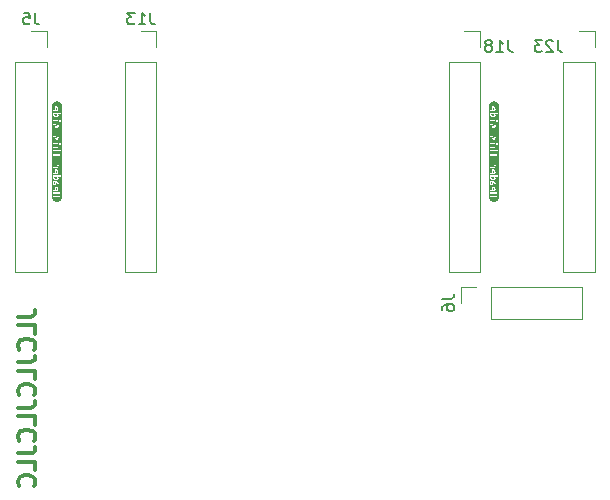
<source format=gbo>
G04 #@! TF.GenerationSoftware,KiCad,Pcbnew,8.0.6-8.0.6-0~ubuntu22.04.1*
G04 #@! TF.CreationDate,2025-01-13T21:54:40+00:00*
G04 #@! TF.ProjectId,Basic_VCA,42617369-635f-4564-9341-2e6b69636164,rev?*
G04 #@! TF.SameCoordinates,Original*
G04 #@! TF.FileFunction,Legend,Bot*
G04 #@! TF.FilePolarity,Positive*
%FSLAX46Y46*%
G04 Gerber Fmt 4.6, Leading zero omitted, Abs format (unit mm)*
G04 Created by KiCad (PCBNEW 8.0.6-8.0.6-0~ubuntu22.04.1) date 2025-01-13 21:54:40*
%MOMM*%
%LPD*%
G01*
G04 APERTURE LIST*
%ADD10C,0.300000*%
%ADD11C,0.150000*%
%ADD12C,0.120000*%
%ADD13C,0.000000*%
%ADD14C,1.600000*%
%ADD15O,1.600000X1.600000*%
%ADD16C,3.200000*%
%ADD17R,1.930000X1.830000*%
%ADD18C,2.130000*%
%ADD19C,4.000000*%
%ADD20C,1.800000*%
%ADD21O,5.000000X3.200000*%
%ADD22R,1.700000X1.700000*%
%ADD23O,1.700000X1.700000*%
G04 APERTURE END LIST*
D10*
X109678328Y-99571428D02*
X110749757Y-99571428D01*
X110749757Y-99571428D02*
X110964042Y-99499999D01*
X110964042Y-99499999D02*
X111106900Y-99357142D01*
X111106900Y-99357142D02*
X111178328Y-99142856D01*
X111178328Y-99142856D02*
X111178328Y-98999999D01*
X111178328Y-100999999D02*
X111178328Y-100285713D01*
X111178328Y-100285713D02*
X109678328Y-100285713D01*
X111035471Y-102357142D02*
X111106900Y-102285714D01*
X111106900Y-102285714D02*
X111178328Y-102071428D01*
X111178328Y-102071428D02*
X111178328Y-101928571D01*
X111178328Y-101928571D02*
X111106900Y-101714285D01*
X111106900Y-101714285D02*
X110964042Y-101571428D01*
X110964042Y-101571428D02*
X110821185Y-101499999D01*
X110821185Y-101499999D02*
X110535471Y-101428571D01*
X110535471Y-101428571D02*
X110321185Y-101428571D01*
X110321185Y-101428571D02*
X110035471Y-101499999D01*
X110035471Y-101499999D02*
X109892614Y-101571428D01*
X109892614Y-101571428D02*
X109749757Y-101714285D01*
X109749757Y-101714285D02*
X109678328Y-101928571D01*
X109678328Y-101928571D02*
X109678328Y-102071428D01*
X109678328Y-102071428D02*
X109749757Y-102285714D01*
X109749757Y-102285714D02*
X109821185Y-102357142D01*
X109678328Y-103428571D02*
X110749757Y-103428571D01*
X110749757Y-103428571D02*
X110964042Y-103357142D01*
X110964042Y-103357142D02*
X111106900Y-103214285D01*
X111106900Y-103214285D02*
X111178328Y-102999999D01*
X111178328Y-102999999D02*
X111178328Y-102857142D01*
X111178328Y-104857142D02*
X111178328Y-104142856D01*
X111178328Y-104142856D02*
X109678328Y-104142856D01*
X111035471Y-106214285D02*
X111106900Y-106142857D01*
X111106900Y-106142857D02*
X111178328Y-105928571D01*
X111178328Y-105928571D02*
X111178328Y-105785714D01*
X111178328Y-105785714D02*
X111106900Y-105571428D01*
X111106900Y-105571428D02*
X110964042Y-105428571D01*
X110964042Y-105428571D02*
X110821185Y-105357142D01*
X110821185Y-105357142D02*
X110535471Y-105285714D01*
X110535471Y-105285714D02*
X110321185Y-105285714D01*
X110321185Y-105285714D02*
X110035471Y-105357142D01*
X110035471Y-105357142D02*
X109892614Y-105428571D01*
X109892614Y-105428571D02*
X109749757Y-105571428D01*
X109749757Y-105571428D02*
X109678328Y-105785714D01*
X109678328Y-105785714D02*
X109678328Y-105928571D01*
X109678328Y-105928571D02*
X109749757Y-106142857D01*
X109749757Y-106142857D02*
X109821185Y-106214285D01*
X109678328Y-107285714D02*
X110749757Y-107285714D01*
X110749757Y-107285714D02*
X110964042Y-107214285D01*
X110964042Y-107214285D02*
X111106900Y-107071428D01*
X111106900Y-107071428D02*
X111178328Y-106857142D01*
X111178328Y-106857142D02*
X111178328Y-106714285D01*
X111178328Y-108714285D02*
X111178328Y-107999999D01*
X111178328Y-107999999D02*
X109678328Y-107999999D01*
X111035471Y-110071428D02*
X111106900Y-110000000D01*
X111106900Y-110000000D02*
X111178328Y-109785714D01*
X111178328Y-109785714D02*
X111178328Y-109642857D01*
X111178328Y-109642857D02*
X111106900Y-109428571D01*
X111106900Y-109428571D02*
X110964042Y-109285714D01*
X110964042Y-109285714D02*
X110821185Y-109214285D01*
X110821185Y-109214285D02*
X110535471Y-109142857D01*
X110535471Y-109142857D02*
X110321185Y-109142857D01*
X110321185Y-109142857D02*
X110035471Y-109214285D01*
X110035471Y-109214285D02*
X109892614Y-109285714D01*
X109892614Y-109285714D02*
X109749757Y-109428571D01*
X109749757Y-109428571D02*
X109678328Y-109642857D01*
X109678328Y-109642857D02*
X109678328Y-109785714D01*
X109678328Y-109785714D02*
X109749757Y-110000000D01*
X109749757Y-110000000D02*
X109821185Y-110071428D01*
X109678328Y-111142857D02*
X110749757Y-111142857D01*
X110749757Y-111142857D02*
X110964042Y-111071428D01*
X110964042Y-111071428D02*
X111106900Y-110928571D01*
X111106900Y-110928571D02*
X111178328Y-110714285D01*
X111178328Y-110714285D02*
X111178328Y-110571428D01*
X111178328Y-112571428D02*
X111178328Y-111857142D01*
X111178328Y-111857142D02*
X109678328Y-111857142D01*
X111035471Y-113928571D02*
X111106900Y-113857143D01*
X111106900Y-113857143D02*
X111178328Y-113642857D01*
X111178328Y-113642857D02*
X111178328Y-113500000D01*
X111178328Y-113500000D02*
X111106900Y-113285714D01*
X111106900Y-113285714D02*
X110964042Y-113142857D01*
X110964042Y-113142857D02*
X110821185Y-113071428D01*
X110821185Y-113071428D02*
X110535471Y-113000000D01*
X110535471Y-113000000D02*
X110321185Y-113000000D01*
X110321185Y-113000000D02*
X110035471Y-113071428D01*
X110035471Y-113071428D02*
X109892614Y-113142857D01*
X109892614Y-113142857D02*
X109749757Y-113285714D01*
X109749757Y-113285714D02*
X109678328Y-113500000D01*
X109678328Y-113500000D02*
X109678328Y-113642857D01*
X109678328Y-113642857D02*
X109749757Y-113857143D01*
X109749757Y-113857143D02*
X109821185Y-113928571D01*
D11*
X151209523Y-76154819D02*
X151209523Y-76869104D01*
X151209523Y-76869104D02*
X151257142Y-77011961D01*
X151257142Y-77011961D02*
X151352380Y-77107200D01*
X151352380Y-77107200D02*
X151495237Y-77154819D01*
X151495237Y-77154819D02*
X151590475Y-77154819D01*
X150209523Y-77154819D02*
X150780951Y-77154819D01*
X150495237Y-77154819D02*
X150495237Y-76154819D01*
X150495237Y-76154819D02*
X150590475Y-76297676D01*
X150590475Y-76297676D02*
X150685713Y-76392914D01*
X150685713Y-76392914D02*
X150780951Y-76440533D01*
X149638094Y-76583390D02*
X149733332Y-76535771D01*
X149733332Y-76535771D02*
X149780951Y-76488152D01*
X149780951Y-76488152D02*
X149828570Y-76392914D01*
X149828570Y-76392914D02*
X149828570Y-76345295D01*
X149828570Y-76345295D02*
X149780951Y-76250057D01*
X149780951Y-76250057D02*
X149733332Y-76202438D01*
X149733332Y-76202438D02*
X149638094Y-76154819D01*
X149638094Y-76154819D02*
X149447618Y-76154819D01*
X149447618Y-76154819D02*
X149352380Y-76202438D01*
X149352380Y-76202438D02*
X149304761Y-76250057D01*
X149304761Y-76250057D02*
X149257142Y-76345295D01*
X149257142Y-76345295D02*
X149257142Y-76392914D01*
X149257142Y-76392914D02*
X149304761Y-76488152D01*
X149304761Y-76488152D02*
X149352380Y-76535771D01*
X149352380Y-76535771D02*
X149447618Y-76583390D01*
X149447618Y-76583390D02*
X149638094Y-76583390D01*
X149638094Y-76583390D02*
X149733332Y-76631009D01*
X149733332Y-76631009D02*
X149780951Y-76678628D01*
X149780951Y-76678628D02*
X149828570Y-76773866D01*
X149828570Y-76773866D02*
X149828570Y-76964342D01*
X149828570Y-76964342D02*
X149780951Y-77059580D01*
X149780951Y-77059580D02*
X149733332Y-77107200D01*
X149733332Y-77107200D02*
X149638094Y-77154819D01*
X149638094Y-77154819D02*
X149447618Y-77154819D01*
X149447618Y-77154819D02*
X149352380Y-77107200D01*
X149352380Y-77107200D02*
X149304761Y-77059580D01*
X149304761Y-77059580D02*
X149257142Y-76964342D01*
X149257142Y-76964342D02*
X149257142Y-76773866D01*
X149257142Y-76773866D02*
X149304761Y-76678628D01*
X149304761Y-76678628D02*
X149352380Y-76631009D01*
X149352380Y-76631009D02*
X149447618Y-76583390D01*
X111133333Y-73824819D02*
X111133333Y-74539104D01*
X111133333Y-74539104D02*
X111180952Y-74681961D01*
X111180952Y-74681961D02*
X111276190Y-74777200D01*
X111276190Y-74777200D02*
X111419047Y-74824819D01*
X111419047Y-74824819D02*
X111514285Y-74824819D01*
X110180952Y-73824819D02*
X110657142Y-73824819D01*
X110657142Y-73824819D02*
X110704761Y-74301009D01*
X110704761Y-74301009D02*
X110657142Y-74253390D01*
X110657142Y-74253390D02*
X110561904Y-74205771D01*
X110561904Y-74205771D02*
X110323809Y-74205771D01*
X110323809Y-74205771D02*
X110228571Y-74253390D01*
X110228571Y-74253390D02*
X110180952Y-74301009D01*
X110180952Y-74301009D02*
X110133333Y-74396247D01*
X110133333Y-74396247D02*
X110133333Y-74634342D01*
X110133333Y-74634342D02*
X110180952Y-74729580D01*
X110180952Y-74729580D02*
X110228571Y-74777200D01*
X110228571Y-74777200D02*
X110323809Y-74824819D01*
X110323809Y-74824819D02*
X110561904Y-74824819D01*
X110561904Y-74824819D02*
X110657142Y-74777200D01*
X110657142Y-74777200D02*
X110704761Y-74729580D01*
X145624819Y-98066666D02*
X146339104Y-98066666D01*
X146339104Y-98066666D02*
X146481961Y-98019047D01*
X146481961Y-98019047D02*
X146577200Y-97923809D01*
X146577200Y-97923809D02*
X146624819Y-97780952D01*
X146624819Y-97780952D02*
X146624819Y-97685714D01*
X145624819Y-98971428D02*
X145624819Y-98780952D01*
X145624819Y-98780952D02*
X145672438Y-98685714D01*
X145672438Y-98685714D02*
X145720057Y-98638095D01*
X145720057Y-98638095D02*
X145862914Y-98542857D01*
X145862914Y-98542857D02*
X146053390Y-98495238D01*
X146053390Y-98495238D02*
X146434342Y-98495238D01*
X146434342Y-98495238D02*
X146529580Y-98542857D01*
X146529580Y-98542857D02*
X146577200Y-98590476D01*
X146577200Y-98590476D02*
X146624819Y-98685714D01*
X146624819Y-98685714D02*
X146624819Y-98876190D01*
X146624819Y-98876190D02*
X146577200Y-98971428D01*
X146577200Y-98971428D02*
X146529580Y-99019047D01*
X146529580Y-99019047D02*
X146434342Y-99066666D01*
X146434342Y-99066666D02*
X146196247Y-99066666D01*
X146196247Y-99066666D02*
X146101009Y-99019047D01*
X146101009Y-99019047D02*
X146053390Y-98971428D01*
X146053390Y-98971428D02*
X146005771Y-98876190D01*
X146005771Y-98876190D02*
X146005771Y-98685714D01*
X146005771Y-98685714D02*
X146053390Y-98590476D01*
X146053390Y-98590476D02*
X146101009Y-98542857D01*
X146101009Y-98542857D02*
X146196247Y-98495238D01*
X155409523Y-76154819D02*
X155409523Y-76869104D01*
X155409523Y-76869104D02*
X155457142Y-77011961D01*
X155457142Y-77011961D02*
X155552380Y-77107200D01*
X155552380Y-77107200D02*
X155695237Y-77154819D01*
X155695237Y-77154819D02*
X155790475Y-77154819D01*
X154980951Y-76250057D02*
X154933332Y-76202438D01*
X154933332Y-76202438D02*
X154838094Y-76154819D01*
X154838094Y-76154819D02*
X154599999Y-76154819D01*
X154599999Y-76154819D02*
X154504761Y-76202438D01*
X154504761Y-76202438D02*
X154457142Y-76250057D01*
X154457142Y-76250057D02*
X154409523Y-76345295D01*
X154409523Y-76345295D02*
X154409523Y-76440533D01*
X154409523Y-76440533D02*
X154457142Y-76583390D01*
X154457142Y-76583390D02*
X155028570Y-77154819D01*
X155028570Y-77154819D02*
X154409523Y-77154819D01*
X154076189Y-76154819D02*
X153457142Y-76154819D01*
X153457142Y-76154819D02*
X153790475Y-76535771D01*
X153790475Y-76535771D02*
X153647618Y-76535771D01*
X153647618Y-76535771D02*
X153552380Y-76583390D01*
X153552380Y-76583390D02*
X153504761Y-76631009D01*
X153504761Y-76631009D02*
X153457142Y-76726247D01*
X153457142Y-76726247D02*
X153457142Y-76964342D01*
X153457142Y-76964342D02*
X153504761Y-77059580D01*
X153504761Y-77059580D02*
X153552380Y-77107200D01*
X153552380Y-77107200D02*
X153647618Y-77154819D01*
X153647618Y-77154819D02*
X153933332Y-77154819D01*
X153933332Y-77154819D02*
X154028570Y-77107200D01*
X154028570Y-77107200D02*
X154076189Y-77059580D01*
X120909523Y-73824819D02*
X120909523Y-74539104D01*
X120909523Y-74539104D02*
X120957142Y-74681961D01*
X120957142Y-74681961D02*
X121052380Y-74777200D01*
X121052380Y-74777200D02*
X121195237Y-74824819D01*
X121195237Y-74824819D02*
X121290475Y-74824819D01*
X119909523Y-74824819D02*
X120480951Y-74824819D01*
X120195237Y-74824819D02*
X120195237Y-73824819D01*
X120195237Y-73824819D02*
X120290475Y-73967676D01*
X120290475Y-73967676D02*
X120385713Y-74062914D01*
X120385713Y-74062914D02*
X120480951Y-74110533D01*
X119576189Y-73824819D02*
X118957142Y-73824819D01*
X118957142Y-73824819D02*
X119290475Y-74205771D01*
X119290475Y-74205771D02*
X119147618Y-74205771D01*
X119147618Y-74205771D02*
X119052380Y-74253390D01*
X119052380Y-74253390D02*
X119004761Y-74301009D01*
X119004761Y-74301009D02*
X118957142Y-74396247D01*
X118957142Y-74396247D02*
X118957142Y-74634342D01*
X118957142Y-74634342D02*
X119004761Y-74729580D01*
X119004761Y-74729580D02*
X119052380Y-74777200D01*
X119052380Y-74777200D02*
X119147618Y-74824819D01*
X119147618Y-74824819D02*
X119433332Y-74824819D01*
X119433332Y-74824819D02*
X119528570Y-74777200D01*
X119528570Y-74777200D02*
X119576189Y-74729580D01*
D12*
X146170000Y-77970000D02*
X146170000Y-95810000D01*
X148830000Y-75370000D02*
X147500000Y-75370000D01*
X148830000Y-76700000D02*
X148830000Y-75370000D01*
X148830000Y-77970000D02*
X146170000Y-77970000D01*
X148830000Y-77970000D02*
X148830000Y-95810000D01*
X148830000Y-95810000D02*
X146170000Y-95810000D01*
X109470000Y-77970000D02*
X109470000Y-95810000D01*
X112130000Y-75370000D02*
X110800000Y-75370000D01*
X112130000Y-76700000D02*
X112130000Y-75370000D01*
X112130000Y-77970000D02*
X109470000Y-77970000D01*
X112130000Y-77970000D02*
X112130000Y-95810000D01*
X112130000Y-95810000D02*
X109470000Y-95810000D01*
X147170000Y-97070000D02*
X148500000Y-97070000D01*
X147170000Y-98400000D02*
X147170000Y-97070000D01*
X149770000Y-99730000D02*
X149770000Y-97070000D01*
X157450000Y-97070000D02*
X149770000Y-97070000D01*
X157450000Y-99730000D02*
X149770000Y-99730000D01*
X157450000Y-99730000D02*
X157450000Y-97070000D01*
D13*
G36*
X149975767Y-81881745D02*
G01*
X150006300Y-81897254D01*
X150028110Y-81924394D01*
X150036349Y-81965105D01*
X150028595Y-82005331D01*
X150007270Y-82033441D01*
X149976252Y-82050888D01*
X149940388Y-82059128D01*
X149940388Y-81876898D01*
X149975767Y-81881745D01*
G37*
G36*
X149975767Y-87212924D02*
G01*
X150006300Y-87228433D01*
X150028110Y-87255573D01*
X150036349Y-87296284D01*
X150028595Y-87336510D01*
X150007270Y-87364620D01*
X149976252Y-87382068D01*
X149940388Y-87390307D01*
X149940388Y-87208077D01*
X149975767Y-87212924D01*
G37*
G36*
X149975767Y-88666882D02*
G01*
X150006300Y-88682391D01*
X150028110Y-88709531D01*
X150036349Y-88750242D01*
X150028595Y-88790468D01*
X150007270Y-88818578D01*
X149976252Y-88836026D01*
X149940388Y-88844265D01*
X149940388Y-88662035D01*
X149975767Y-88666882D01*
G37*
G36*
X149865267Y-88227787D02*
G01*
X149866721Y-88257835D01*
X149864297Y-88293699D01*
X149856058Y-88324233D01*
X149839580Y-88345073D01*
X149811470Y-88352827D01*
X149767367Y-88329564D01*
X149754281Y-88269467D01*
X149754766Y-88231664D01*
X149757189Y-88199677D01*
X149861874Y-88199677D01*
X149865267Y-88227787D01*
G37*
G36*
X150026171Y-82430372D02*
G01*
X150031502Y-82467205D01*
X150023021Y-82504039D01*
X149997577Y-82529241D01*
X149956139Y-82543780D01*
X149899677Y-82548627D01*
X149844184Y-82542932D01*
X149799838Y-82525848D01*
X149770759Y-82496163D01*
X149761066Y-82452666D01*
X149762036Y-82425525D01*
X149764943Y-82399354D01*
X150013086Y-82399354D01*
X150026171Y-82430372D01*
G37*
G36*
X150026171Y-87761551D02*
G01*
X150031502Y-87798384D01*
X150023021Y-87835218D01*
X149997577Y-87860420D01*
X149956139Y-87874960D01*
X149899677Y-87879806D01*
X149844184Y-87874111D01*
X149799838Y-87857027D01*
X149770759Y-87827342D01*
X149761066Y-87783845D01*
X149762036Y-87756704D01*
X149764943Y-87730533D01*
X150013086Y-87730533D01*
X150026171Y-87761551D01*
G37*
G36*
X150041408Y-81341049D02*
G01*
X150082417Y-81347132D01*
X150122632Y-81357205D01*
X150161667Y-81371172D01*
X150199144Y-81388898D01*
X150234704Y-81410211D01*
X150268003Y-81434908D01*
X150298721Y-81462749D01*
X150326563Y-81493467D01*
X150351259Y-81526766D01*
X150372573Y-81562326D01*
X150390298Y-81599803D01*
X150404265Y-81638838D01*
X150414338Y-81679053D01*
X150420421Y-81720062D01*
X150422456Y-81761470D01*
X150422456Y-81761551D01*
X150422456Y-89438449D01*
X150422456Y-89438530D01*
X150420421Y-89479938D01*
X150414338Y-89520947D01*
X150404265Y-89561162D01*
X150390298Y-89600197D01*
X150372573Y-89637674D01*
X150351259Y-89673234D01*
X150326563Y-89706533D01*
X150298721Y-89737251D01*
X150268003Y-89765092D01*
X150234704Y-89789789D01*
X150199144Y-89811102D01*
X150161667Y-89828828D01*
X150122632Y-89842795D01*
X150082417Y-89852868D01*
X150041408Y-89858951D01*
X150000000Y-89860985D01*
X149958592Y-89858951D01*
X149917583Y-89852868D01*
X149877368Y-89842795D01*
X149838333Y-89828828D01*
X149800856Y-89811102D01*
X149765296Y-89789789D01*
X149731997Y-89765092D01*
X149701279Y-89737251D01*
X149673437Y-89706533D01*
X149648741Y-89673234D01*
X149627427Y-89637674D01*
X149609702Y-89600197D01*
X149595735Y-89561162D01*
X149585662Y-89520947D01*
X149579579Y-89479938D01*
X149577544Y-89438530D01*
X149577544Y-89438449D01*
X149577544Y-89160258D01*
X149668982Y-89160258D01*
X149933603Y-89160258D01*
X149933603Y-89319225D01*
X149668982Y-89319225D01*
X149668982Y-89438449D01*
X150268982Y-89438449D01*
X150268982Y-89319225D01*
X150032472Y-89319225D01*
X150032472Y-89160258D01*
X150268982Y-89160258D01*
X150268982Y-89041034D01*
X149668982Y-89041034D01*
X149668982Y-89160258D01*
X149577544Y-89160258D01*
X149577544Y-89041034D01*
X149577544Y-88717286D01*
X149658320Y-88717286D01*
X149662076Y-88772415D01*
X149673344Y-88821486D01*
X149692003Y-88864136D01*
X149717932Y-88900000D01*
X149751010Y-88928716D01*
X149791115Y-88949919D01*
X149838368Y-88963005D01*
X149892892Y-88967367D01*
X149949354Y-88962762D01*
X149998546Y-88948950D01*
X150040347Y-88927625D01*
X150074637Y-88900485D01*
X150101414Y-88868255D01*
X150120679Y-88831664D01*
X150132310Y-88792407D01*
X150136187Y-88752181D01*
X150129564Y-88690361D01*
X150109693Y-88639311D01*
X150076575Y-88599031D01*
X150030749Y-88569951D01*
X149972752Y-88552504D01*
X149902585Y-88546688D01*
X149878352Y-88547173D01*
X149857997Y-88548627D01*
X149857997Y-88844265D01*
X149818134Y-88835056D01*
X149787722Y-88807431D01*
X149768457Y-88765267D01*
X149762036Y-88712439D01*
X149769790Y-88644103D01*
X149785299Y-88589338D01*
X149683522Y-88572859D01*
X149665590Y-88638772D01*
X149658320Y-88717286D01*
X149577544Y-88717286D01*
X149577544Y-88278191D01*
X149658320Y-88278191D01*
X149666074Y-88357189D01*
X149691761Y-88417771D01*
X149738288Y-88456543D01*
X149808562Y-88470113D01*
X149875444Y-88454604D01*
X149919063Y-88412924D01*
X149942811Y-88352827D01*
X149950081Y-88282068D01*
X149948142Y-88238207D01*
X149942326Y-88199677D01*
X149956866Y-88199677D01*
X150013570Y-88221002D01*
X150030654Y-88250081D01*
X150036349Y-88294669D01*
X150031502Y-88360097D01*
X150019871Y-88410985D01*
X150115832Y-88427464D01*
X150129887Y-88364459D01*
X150134612Y-88323021D01*
X150136187Y-88280129D01*
X150132916Y-88228635D01*
X150123102Y-88186591D01*
X150086268Y-88126979D01*
X150028110Y-88094992D01*
X149951050Y-88085299D01*
X149679645Y-88085299D01*
X149666074Y-88162843D01*
X149660258Y-88217367D01*
X149658320Y-88278191D01*
X149577544Y-88278191D01*
X149577544Y-87784814D01*
X149658320Y-87784814D01*
X149665320Y-87850135D01*
X149686322Y-87903931D01*
X149721325Y-87946204D01*
X149768498Y-87976629D01*
X149826010Y-87994884D01*
X149893861Y-88000969D01*
X149962951Y-87995853D01*
X150021594Y-87980506D01*
X150069790Y-87954927D01*
X150105600Y-87919332D01*
X150127087Y-87873936D01*
X150134249Y-87818740D01*
X150128918Y-87771244D01*
X150113893Y-87730533D01*
X150321325Y-87730533D01*
X150341680Y-87611309D01*
X149682553Y-87611309D01*
X149672859Y-87647900D01*
X149665105Y-87691761D01*
X149660016Y-87738772D01*
X149658320Y-87784814D01*
X149577544Y-87784814D01*
X149577544Y-87263328D01*
X149658320Y-87263328D01*
X149662076Y-87318457D01*
X149673344Y-87367528D01*
X149692003Y-87410178D01*
X149717932Y-87446042D01*
X149751010Y-87474758D01*
X149791115Y-87495961D01*
X149838368Y-87509047D01*
X149892892Y-87513409D01*
X149949354Y-87508804D01*
X149998546Y-87494992D01*
X150040347Y-87473667D01*
X150074637Y-87446527D01*
X150101414Y-87414297D01*
X150120679Y-87377706D01*
X150132310Y-87338449D01*
X150136187Y-87298223D01*
X150129564Y-87236403D01*
X150109693Y-87185353D01*
X150076575Y-87145073D01*
X150030749Y-87115993D01*
X149972752Y-87098546D01*
X149902585Y-87092730D01*
X149878352Y-87093215D01*
X149857997Y-87094669D01*
X149857997Y-87390307D01*
X149818134Y-87381099D01*
X149787722Y-87353473D01*
X149768457Y-87311309D01*
X149762036Y-87258481D01*
X149769790Y-87190145D01*
X149785299Y-87135380D01*
X149683522Y-87118901D01*
X149665590Y-87184814D01*
X149658320Y-87263328D01*
X149577544Y-87263328D01*
X149577544Y-86972536D01*
X149668982Y-86972536D01*
X150094507Y-86972536D01*
X150110258Y-86924435D01*
X150122617Y-86875121D01*
X150130614Y-86820961D01*
X150133279Y-86758320D01*
X150132310Y-86730695D01*
X150128918Y-86692407D01*
X150123102Y-86651212D01*
X150113893Y-86613893D01*
X150003393Y-86635218D01*
X150009208Y-86662843D01*
X150014540Y-86695315D01*
X150017932Y-86727302D01*
X150018901Y-86753473D01*
X150016478Y-86802908D01*
X150007270Y-86852342D01*
X149668982Y-86852342D01*
X149668982Y-86972536D01*
X149577544Y-86972536D01*
X149577544Y-86852342D01*
X149577544Y-85777383D01*
X149658320Y-85777383D01*
X149665105Y-85851050D01*
X149691276Y-85905331D01*
X149746042Y-85939257D01*
X149786874Y-85947981D01*
X149838611Y-85950888D01*
X150025687Y-85950888D01*
X150025687Y-86054604D01*
X150124556Y-86054604D01*
X150124556Y-85950888D01*
X150238934Y-85950888D01*
X150258320Y-85831664D01*
X150124556Y-85831664D01*
X150124556Y-85640711D01*
X150025687Y-85640711D01*
X150025687Y-85831664D01*
X149841519Y-85831664D01*
X149800808Y-85826817D01*
X149776575Y-85813247D01*
X149764943Y-85791922D01*
X149762036Y-85763813D01*
X149763005Y-85733279D01*
X149766397Y-85706139D01*
X149773667Y-85678998D01*
X149786268Y-85648465D01*
X149683522Y-85631987D01*
X149664136Y-85703231D01*
X149658320Y-85777383D01*
X149577544Y-85777383D01*
X149577544Y-85543780D01*
X149577544Y-85177383D01*
X149668982Y-85177383D01*
X149668982Y-85296607D01*
X149910339Y-85296607D01*
X149965347Y-85300242D01*
X150002423Y-85311147D01*
X150030533Y-85366397D01*
X150026656Y-85398869D01*
X150019871Y-85424556D01*
X149668982Y-85424556D01*
X149668982Y-85543780D01*
X150321325Y-85543780D01*
X150341680Y-85424556D01*
X150120679Y-85424556D01*
X150129887Y-85389661D01*
X150134249Y-85353796D01*
X150130493Y-85307512D01*
X150119225Y-85269467D01*
X150076575Y-85215186D01*
X150010662Y-85186107D01*
X149970315Y-85179564D01*
X149925848Y-85177383D01*
X149668982Y-85177383D01*
X149577544Y-85177383D01*
X149577544Y-84796446D01*
X149658320Y-84796446D01*
X149661712Y-84839216D01*
X149671890Y-84874475D01*
X149711147Y-84924879D01*
X149773667Y-84951535D01*
X149813166Y-84957351D01*
X149857997Y-84959289D01*
X150025687Y-84959289D01*
X150025687Y-85085299D01*
X150124556Y-85085299D01*
X150124556Y-84920517D01*
X150179806Y-84920517D01*
X150200162Y-84973344D01*
X150255412Y-84995153D01*
X150311632Y-84973344D01*
X150331987Y-84920517D01*
X150311632Y-84867205D01*
X150255412Y-84844911D01*
X150200162Y-84867205D01*
X150179806Y-84920517D01*
X150124556Y-84920517D01*
X150124556Y-84840065D01*
X149842488Y-84840065D01*
X149781906Y-84825040D01*
X149762036Y-84775121D01*
X149766397Y-84735380D01*
X149784330Y-84683037D01*
X149688368Y-84667528D01*
X149664620Y-84736834D01*
X149658320Y-84796446D01*
X149577544Y-84796446D01*
X149577544Y-84415509D01*
X149658320Y-84415509D01*
X149661712Y-84470275D01*
X149671890Y-84516317D01*
X149696123Y-84583199D01*
X149795961Y-84564782D01*
X149770759Y-84492569D01*
X149759128Y-84414540D01*
X149765428Y-84347657D01*
X149791115Y-84324394D01*
X149812439Y-84331664D01*
X149827464Y-84352019D01*
X149839580Y-84382068D01*
X149851212Y-84417447D01*
X149869144Y-84470759D01*
X149894830Y-84520194D01*
X149934087Y-84557027D01*
X149993700Y-84571567D01*
X150048465Y-84560420D01*
X150094023Y-84525525D01*
X150125040Y-84464943D01*
X150133401Y-84424475D01*
X150136187Y-84376737D01*
X150134491Y-84333724D01*
X150129402Y-84293861D01*
X150110016Y-84227464D01*
X150009208Y-84245880D01*
X150025202Y-84297254D01*
X150036349Y-84375767D01*
X150025202Y-84437318D01*
X150001454Y-84453312D01*
X149982553Y-84446042D01*
X149967528Y-84426656D01*
X149954443Y-84398546D01*
X149942326Y-84364136D01*
X149922940Y-84309855D01*
X149896284Y-84258966D01*
X149855574Y-84221648D01*
X149794992Y-84207108D01*
X149741680Y-84217771D01*
X149698061Y-84253150D01*
X149668982Y-84317609D01*
X149660985Y-84361955D01*
X149658320Y-84415509D01*
X149577544Y-84415509D01*
X149577544Y-83446204D01*
X149658320Y-83446204D01*
X149661712Y-83500969D01*
X149671890Y-83547011D01*
X149696123Y-83613893D01*
X149795961Y-83595477D01*
X149770759Y-83523263D01*
X149759128Y-83445234D01*
X149765428Y-83378352D01*
X149791115Y-83355089D01*
X149812439Y-83362359D01*
X149827464Y-83382714D01*
X149839580Y-83412762D01*
X149851212Y-83448142D01*
X149869144Y-83501454D01*
X149894830Y-83550888D01*
X149934087Y-83587722D01*
X149993700Y-83602262D01*
X150048465Y-83591115D01*
X150094023Y-83556220D01*
X150125040Y-83495638D01*
X150133401Y-83455170D01*
X150136187Y-83407431D01*
X150134491Y-83364418D01*
X150129402Y-83324556D01*
X150110016Y-83258158D01*
X150009208Y-83276575D01*
X150025202Y-83327948D01*
X150036349Y-83406462D01*
X150025202Y-83468013D01*
X150001454Y-83484006D01*
X149982553Y-83476737D01*
X149967528Y-83457351D01*
X149954443Y-83429241D01*
X149942326Y-83394830D01*
X149922940Y-83340549D01*
X149896284Y-83289661D01*
X149855574Y-83252342D01*
X149794992Y-83237803D01*
X149741680Y-83248465D01*
X149698061Y-83283845D01*
X149668982Y-83348304D01*
X149660985Y-83392649D01*
X149658320Y-83446204D01*
X149577544Y-83446204D01*
X149577544Y-82857835D01*
X149658320Y-82857835D01*
X149661712Y-82900606D01*
X149671890Y-82935864D01*
X149711147Y-82986268D01*
X149773667Y-83012924D01*
X149813166Y-83018740D01*
X149857997Y-83020678D01*
X150025687Y-83020678D01*
X150025687Y-83146688D01*
X150124556Y-83146688D01*
X150124556Y-82981906D01*
X150179806Y-82981906D01*
X150200162Y-83034733D01*
X150255412Y-83056543D01*
X150311632Y-83034733D01*
X150331987Y-82981906D01*
X150311632Y-82928594D01*
X150255412Y-82906300D01*
X150200162Y-82928594D01*
X150179806Y-82981906D01*
X150124556Y-82981906D01*
X150124556Y-82901454D01*
X149842488Y-82901454D01*
X149781906Y-82886430D01*
X149762036Y-82836510D01*
X149766397Y-82796769D01*
X149784330Y-82744426D01*
X149688368Y-82728918D01*
X149664620Y-82798223D01*
X149658320Y-82857835D01*
X149577544Y-82857835D01*
X149577544Y-82453635D01*
X149658320Y-82453635D01*
X149665320Y-82518955D01*
X149686322Y-82572752D01*
X149721325Y-82615024D01*
X149768498Y-82645450D01*
X149826010Y-82663705D01*
X149893861Y-82669790D01*
X149962951Y-82664674D01*
X150021594Y-82649327D01*
X150069790Y-82623748D01*
X150105600Y-82588153D01*
X150127087Y-82542757D01*
X150134249Y-82487561D01*
X150128918Y-82440065D01*
X150113893Y-82399354D01*
X150321325Y-82399354D01*
X150341680Y-82280129D01*
X149682553Y-82280129D01*
X149672859Y-82316720D01*
X149665105Y-82360582D01*
X149660016Y-82407593D01*
X149658320Y-82453635D01*
X149577544Y-82453635D01*
X149577544Y-81932149D01*
X149658320Y-81932149D01*
X149662076Y-81987278D01*
X149673344Y-82036349D01*
X149692003Y-82078998D01*
X149717932Y-82114863D01*
X149751010Y-82143578D01*
X149791115Y-82164782D01*
X149838368Y-82177867D01*
X149892892Y-82182229D01*
X149949354Y-82177625D01*
X149998546Y-82163813D01*
X150040347Y-82142488D01*
X150074637Y-82115347D01*
X150101414Y-82083118D01*
X150120679Y-82046527D01*
X150132310Y-82007270D01*
X150136187Y-81967044D01*
X150129564Y-81905223D01*
X150109693Y-81854173D01*
X150076575Y-81813893D01*
X150030749Y-81784814D01*
X149972752Y-81767367D01*
X149902585Y-81761551D01*
X149878352Y-81762035D01*
X149857997Y-81763489D01*
X149857997Y-82059128D01*
X149818134Y-82049919D01*
X149787722Y-82022294D01*
X149768457Y-81980129D01*
X149762036Y-81927302D01*
X149769790Y-81858966D01*
X149785299Y-81804200D01*
X149683522Y-81787722D01*
X149665590Y-81853635D01*
X149658320Y-81932149D01*
X149577544Y-81932149D01*
X149577544Y-81761551D01*
X149577544Y-81761470D01*
X149579579Y-81720062D01*
X149585662Y-81679053D01*
X149595735Y-81638838D01*
X149609702Y-81599803D01*
X149627427Y-81562326D01*
X149648741Y-81526766D01*
X149673437Y-81493467D01*
X149701279Y-81462749D01*
X149731997Y-81434908D01*
X149765296Y-81410211D01*
X149800856Y-81388898D01*
X149838333Y-81371172D01*
X149877368Y-81357205D01*
X149917583Y-81347132D01*
X149958592Y-81341049D01*
X150000000Y-81339015D01*
X150041408Y-81341049D01*
G37*
G36*
X112975767Y-81881745D02*
G01*
X113006300Y-81897254D01*
X113028110Y-81924394D01*
X113036349Y-81965105D01*
X113028595Y-82005331D01*
X113007270Y-82033441D01*
X112976252Y-82050888D01*
X112940388Y-82059128D01*
X112940388Y-81876898D01*
X112975767Y-81881745D01*
G37*
G36*
X112975767Y-87212924D02*
G01*
X113006300Y-87228433D01*
X113028110Y-87255573D01*
X113036349Y-87296284D01*
X113028595Y-87336510D01*
X113007270Y-87364620D01*
X112976252Y-87382068D01*
X112940388Y-87390307D01*
X112940388Y-87208077D01*
X112975767Y-87212924D01*
G37*
G36*
X112975767Y-88666882D02*
G01*
X113006300Y-88682391D01*
X113028110Y-88709531D01*
X113036349Y-88750242D01*
X113028595Y-88790468D01*
X113007270Y-88818578D01*
X112976252Y-88836026D01*
X112940388Y-88844265D01*
X112940388Y-88662035D01*
X112975767Y-88666882D01*
G37*
G36*
X112865267Y-88227787D02*
G01*
X112866721Y-88257835D01*
X112864297Y-88293699D01*
X112856058Y-88324233D01*
X112839580Y-88345073D01*
X112811470Y-88352827D01*
X112767367Y-88329564D01*
X112754281Y-88269467D01*
X112754766Y-88231664D01*
X112757189Y-88199677D01*
X112861874Y-88199677D01*
X112865267Y-88227787D01*
G37*
G36*
X113026171Y-82430372D02*
G01*
X113031502Y-82467205D01*
X113023021Y-82504039D01*
X112997577Y-82529241D01*
X112956139Y-82543780D01*
X112899677Y-82548627D01*
X112844184Y-82542932D01*
X112799838Y-82525848D01*
X112770759Y-82496163D01*
X112761066Y-82452666D01*
X112762036Y-82425525D01*
X112764943Y-82399354D01*
X113013086Y-82399354D01*
X113026171Y-82430372D01*
G37*
G36*
X113026171Y-87761551D02*
G01*
X113031502Y-87798384D01*
X113023021Y-87835218D01*
X112997577Y-87860420D01*
X112956139Y-87874960D01*
X112899677Y-87879806D01*
X112844184Y-87874111D01*
X112799838Y-87857027D01*
X112770759Y-87827342D01*
X112761066Y-87783845D01*
X112762036Y-87756704D01*
X112764943Y-87730533D01*
X113013086Y-87730533D01*
X113026171Y-87761551D01*
G37*
G36*
X113041408Y-81341049D02*
G01*
X113082417Y-81347132D01*
X113122632Y-81357205D01*
X113161667Y-81371172D01*
X113199144Y-81388898D01*
X113234704Y-81410211D01*
X113268003Y-81434908D01*
X113298721Y-81462749D01*
X113326563Y-81493467D01*
X113351259Y-81526766D01*
X113372573Y-81562326D01*
X113390298Y-81599803D01*
X113404265Y-81638838D01*
X113414338Y-81679053D01*
X113420421Y-81720062D01*
X113422456Y-81761470D01*
X113422456Y-81761551D01*
X113422456Y-89438449D01*
X113422456Y-89438530D01*
X113420421Y-89479938D01*
X113414338Y-89520947D01*
X113404265Y-89561162D01*
X113390298Y-89600197D01*
X113372573Y-89637674D01*
X113351259Y-89673234D01*
X113326563Y-89706533D01*
X113298721Y-89737251D01*
X113268003Y-89765092D01*
X113234704Y-89789789D01*
X113199144Y-89811102D01*
X113161667Y-89828828D01*
X113122632Y-89842795D01*
X113082417Y-89852868D01*
X113041408Y-89858951D01*
X113000000Y-89860985D01*
X112958592Y-89858951D01*
X112917583Y-89852868D01*
X112877368Y-89842795D01*
X112838333Y-89828828D01*
X112800856Y-89811102D01*
X112765296Y-89789789D01*
X112731997Y-89765092D01*
X112701279Y-89737251D01*
X112673437Y-89706533D01*
X112648741Y-89673234D01*
X112627427Y-89637674D01*
X112609702Y-89600197D01*
X112595735Y-89561162D01*
X112585662Y-89520947D01*
X112579579Y-89479938D01*
X112577544Y-89438530D01*
X112577544Y-89438449D01*
X112577544Y-89160258D01*
X112668982Y-89160258D01*
X112933603Y-89160258D01*
X112933603Y-89319225D01*
X112668982Y-89319225D01*
X112668982Y-89438449D01*
X113268982Y-89438449D01*
X113268982Y-89319225D01*
X113032472Y-89319225D01*
X113032472Y-89160258D01*
X113268982Y-89160258D01*
X113268982Y-89041034D01*
X112668982Y-89041034D01*
X112668982Y-89160258D01*
X112577544Y-89160258D01*
X112577544Y-89041034D01*
X112577544Y-88717286D01*
X112658320Y-88717286D01*
X112662076Y-88772415D01*
X112673344Y-88821486D01*
X112692003Y-88864136D01*
X112717932Y-88900000D01*
X112751010Y-88928716D01*
X112791115Y-88949919D01*
X112838368Y-88963005D01*
X112892892Y-88967367D01*
X112949354Y-88962762D01*
X112998546Y-88948950D01*
X113040347Y-88927625D01*
X113074637Y-88900485D01*
X113101414Y-88868255D01*
X113120679Y-88831664D01*
X113132310Y-88792407D01*
X113136187Y-88752181D01*
X113129564Y-88690361D01*
X113109693Y-88639311D01*
X113076575Y-88599031D01*
X113030749Y-88569951D01*
X112972752Y-88552504D01*
X112902585Y-88546688D01*
X112878352Y-88547173D01*
X112857997Y-88548627D01*
X112857997Y-88844265D01*
X112818134Y-88835056D01*
X112787722Y-88807431D01*
X112768457Y-88765267D01*
X112762036Y-88712439D01*
X112769790Y-88644103D01*
X112785299Y-88589338D01*
X112683522Y-88572859D01*
X112665590Y-88638772D01*
X112658320Y-88717286D01*
X112577544Y-88717286D01*
X112577544Y-88278191D01*
X112658320Y-88278191D01*
X112666074Y-88357189D01*
X112691761Y-88417771D01*
X112738288Y-88456543D01*
X112808562Y-88470113D01*
X112875444Y-88454604D01*
X112919063Y-88412924D01*
X112942811Y-88352827D01*
X112950081Y-88282068D01*
X112948142Y-88238207D01*
X112942326Y-88199677D01*
X112956866Y-88199677D01*
X113013570Y-88221002D01*
X113030654Y-88250081D01*
X113036349Y-88294669D01*
X113031502Y-88360097D01*
X113019871Y-88410985D01*
X113115832Y-88427464D01*
X113129887Y-88364459D01*
X113134612Y-88323021D01*
X113136187Y-88280129D01*
X113132916Y-88228635D01*
X113123102Y-88186591D01*
X113086268Y-88126979D01*
X113028110Y-88094992D01*
X112951050Y-88085299D01*
X112679645Y-88085299D01*
X112666074Y-88162843D01*
X112660258Y-88217367D01*
X112658320Y-88278191D01*
X112577544Y-88278191D01*
X112577544Y-87784814D01*
X112658320Y-87784814D01*
X112665320Y-87850135D01*
X112686322Y-87903931D01*
X112721325Y-87946204D01*
X112768498Y-87976629D01*
X112826010Y-87994884D01*
X112893861Y-88000969D01*
X112962951Y-87995853D01*
X113021594Y-87980506D01*
X113069790Y-87954927D01*
X113105600Y-87919332D01*
X113127087Y-87873936D01*
X113134249Y-87818740D01*
X113128918Y-87771244D01*
X113113893Y-87730533D01*
X113321325Y-87730533D01*
X113341680Y-87611309D01*
X112682553Y-87611309D01*
X112672859Y-87647900D01*
X112665105Y-87691761D01*
X112660016Y-87738772D01*
X112658320Y-87784814D01*
X112577544Y-87784814D01*
X112577544Y-87263328D01*
X112658320Y-87263328D01*
X112662076Y-87318457D01*
X112673344Y-87367528D01*
X112692003Y-87410178D01*
X112717932Y-87446042D01*
X112751010Y-87474758D01*
X112791115Y-87495961D01*
X112838368Y-87509047D01*
X112892892Y-87513409D01*
X112949354Y-87508804D01*
X112998546Y-87494992D01*
X113040347Y-87473667D01*
X113074637Y-87446527D01*
X113101414Y-87414297D01*
X113120679Y-87377706D01*
X113132310Y-87338449D01*
X113136187Y-87298223D01*
X113129564Y-87236403D01*
X113109693Y-87185353D01*
X113076575Y-87145073D01*
X113030749Y-87115993D01*
X112972752Y-87098546D01*
X112902585Y-87092730D01*
X112878352Y-87093215D01*
X112857997Y-87094669D01*
X112857997Y-87390307D01*
X112818134Y-87381099D01*
X112787722Y-87353473D01*
X112768457Y-87311309D01*
X112762036Y-87258481D01*
X112769790Y-87190145D01*
X112785299Y-87135380D01*
X112683522Y-87118901D01*
X112665590Y-87184814D01*
X112658320Y-87263328D01*
X112577544Y-87263328D01*
X112577544Y-86972536D01*
X112668982Y-86972536D01*
X113094507Y-86972536D01*
X113110258Y-86924435D01*
X113122617Y-86875121D01*
X113130614Y-86820961D01*
X113133279Y-86758320D01*
X113132310Y-86730695D01*
X113128918Y-86692407D01*
X113123102Y-86651212D01*
X113113893Y-86613893D01*
X113003393Y-86635218D01*
X113009208Y-86662843D01*
X113014540Y-86695315D01*
X113017932Y-86727302D01*
X113018901Y-86753473D01*
X113016478Y-86802908D01*
X113007270Y-86852342D01*
X112668982Y-86852342D01*
X112668982Y-86972536D01*
X112577544Y-86972536D01*
X112577544Y-86852342D01*
X112577544Y-85777383D01*
X112658320Y-85777383D01*
X112665105Y-85851050D01*
X112691276Y-85905331D01*
X112746042Y-85939257D01*
X112786874Y-85947981D01*
X112838611Y-85950888D01*
X113025687Y-85950888D01*
X113025687Y-86054604D01*
X113124556Y-86054604D01*
X113124556Y-85950888D01*
X113238934Y-85950888D01*
X113258320Y-85831664D01*
X113124556Y-85831664D01*
X113124556Y-85640711D01*
X113025687Y-85640711D01*
X113025687Y-85831664D01*
X112841519Y-85831664D01*
X112800808Y-85826817D01*
X112776575Y-85813247D01*
X112764943Y-85791922D01*
X112762036Y-85763813D01*
X112763005Y-85733279D01*
X112766397Y-85706139D01*
X112773667Y-85678998D01*
X112786268Y-85648465D01*
X112683522Y-85631987D01*
X112664136Y-85703231D01*
X112658320Y-85777383D01*
X112577544Y-85777383D01*
X112577544Y-85543780D01*
X112577544Y-85177383D01*
X112668982Y-85177383D01*
X112668982Y-85296607D01*
X112910339Y-85296607D01*
X112965347Y-85300242D01*
X113002423Y-85311147D01*
X113030533Y-85366397D01*
X113026656Y-85398869D01*
X113019871Y-85424556D01*
X112668982Y-85424556D01*
X112668982Y-85543780D01*
X113321325Y-85543780D01*
X113341680Y-85424556D01*
X113120679Y-85424556D01*
X113129887Y-85389661D01*
X113134249Y-85353796D01*
X113130493Y-85307512D01*
X113119225Y-85269467D01*
X113076575Y-85215186D01*
X113010662Y-85186107D01*
X112970315Y-85179564D01*
X112925848Y-85177383D01*
X112668982Y-85177383D01*
X112577544Y-85177383D01*
X112577544Y-84796446D01*
X112658320Y-84796446D01*
X112661712Y-84839216D01*
X112671890Y-84874475D01*
X112711147Y-84924879D01*
X112773667Y-84951535D01*
X112813166Y-84957351D01*
X112857997Y-84959289D01*
X113025687Y-84959289D01*
X113025687Y-85085299D01*
X113124556Y-85085299D01*
X113124556Y-84920517D01*
X113179806Y-84920517D01*
X113200162Y-84973344D01*
X113255412Y-84995153D01*
X113311632Y-84973344D01*
X113331987Y-84920517D01*
X113311632Y-84867205D01*
X113255412Y-84844911D01*
X113200162Y-84867205D01*
X113179806Y-84920517D01*
X113124556Y-84920517D01*
X113124556Y-84840065D01*
X112842488Y-84840065D01*
X112781906Y-84825040D01*
X112762036Y-84775121D01*
X112766397Y-84735380D01*
X112784330Y-84683037D01*
X112688368Y-84667528D01*
X112664620Y-84736834D01*
X112658320Y-84796446D01*
X112577544Y-84796446D01*
X112577544Y-84415509D01*
X112658320Y-84415509D01*
X112661712Y-84470275D01*
X112671890Y-84516317D01*
X112696123Y-84583199D01*
X112795961Y-84564782D01*
X112770759Y-84492569D01*
X112759128Y-84414540D01*
X112765428Y-84347657D01*
X112791115Y-84324394D01*
X112812439Y-84331664D01*
X112827464Y-84352019D01*
X112839580Y-84382068D01*
X112851212Y-84417447D01*
X112869144Y-84470759D01*
X112894830Y-84520194D01*
X112934087Y-84557027D01*
X112993700Y-84571567D01*
X113048465Y-84560420D01*
X113094023Y-84525525D01*
X113125040Y-84464943D01*
X113133401Y-84424475D01*
X113136187Y-84376737D01*
X113134491Y-84333724D01*
X113129402Y-84293861D01*
X113110016Y-84227464D01*
X113009208Y-84245880D01*
X113025202Y-84297254D01*
X113036349Y-84375767D01*
X113025202Y-84437318D01*
X113001454Y-84453312D01*
X112982553Y-84446042D01*
X112967528Y-84426656D01*
X112954443Y-84398546D01*
X112942326Y-84364136D01*
X112922940Y-84309855D01*
X112896284Y-84258966D01*
X112855574Y-84221648D01*
X112794992Y-84207108D01*
X112741680Y-84217771D01*
X112698061Y-84253150D01*
X112668982Y-84317609D01*
X112660985Y-84361955D01*
X112658320Y-84415509D01*
X112577544Y-84415509D01*
X112577544Y-83446204D01*
X112658320Y-83446204D01*
X112661712Y-83500969D01*
X112671890Y-83547011D01*
X112696123Y-83613893D01*
X112795961Y-83595477D01*
X112770759Y-83523263D01*
X112759128Y-83445234D01*
X112765428Y-83378352D01*
X112791115Y-83355089D01*
X112812439Y-83362359D01*
X112827464Y-83382714D01*
X112839580Y-83412762D01*
X112851212Y-83448142D01*
X112869144Y-83501454D01*
X112894830Y-83550888D01*
X112934087Y-83587722D01*
X112993700Y-83602262D01*
X113048465Y-83591115D01*
X113094023Y-83556220D01*
X113125040Y-83495638D01*
X113133401Y-83455170D01*
X113136187Y-83407431D01*
X113134491Y-83364418D01*
X113129402Y-83324556D01*
X113110016Y-83258158D01*
X113009208Y-83276575D01*
X113025202Y-83327948D01*
X113036349Y-83406462D01*
X113025202Y-83468013D01*
X113001454Y-83484006D01*
X112982553Y-83476737D01*
X112967528Y-83457351D01*
X112954443Y-83429241D01*
X112942326Y-83394830D01*
X112922940Y-83340549D01*
X112896284Y-83289661D01*
X112855574Y-83252342D01*
X112794992Y-83237803D01*
X112741680Y-83248465D01*
X112698061Y-83283845D01*
X112668982Y-83348304D01*
X112660985Y-83392649D01*
X112658320Y-83446204D01*
X112577544Y-83446204D01*
X112577544Y-82857835D01*
X112658320Y-82857835D01*
X112661712Y-82900606D01*
X112671890Y-82935864D01*
X112711147Y-82986268D01*
X112773667Y-83012924D01*
X112813166Y-83018740D01*
X112857997Y-83020678D01*
X113025687Y-83020678D01*
X113025687Y-83146688D01*
X113124556Y-83146688D01*
X113124556Y-82981906D01*
X113179806Y-82981906D01*
X113200162Y-83034733D01*
X113255412Y-83056543D01*
X113311632Y-83034733D01*
X113331987Y-82981906D01*
X113311632Y-82928594D01*
X113255412Y-82906300D01*
X113200162Y-82928594D01*
X113179806Y-82981906D01*
X113124556Y-82981906D01*
X113124556Y-82901454D01*
X112842488Y-82901454D01*
X112781906Y-82886430D01*
X112762036Y-82836510D01*
X112766397Y-82796769D01*
X112784330Y-82744426D01*
X112688368Y-82728918D01*
X112664620Y-82798223D01*
X112658320Y-82857835D01*
X112577544Y-82857835D01*
X112577544Y-82453635D01*
X112658320Y-82453635D01*
X112665320Y-82518955D01*
X112686322Y-82572752D01*
X112721325Y-82615024D01*
X112768498Y-82645450D01*
X112826010Y-82663705D01*
X112893861Y-82669790D01*
X112962951Y-82664674D01*
X113021594Y-82649327D01*
X113069790Y-82623748D01*
X113105600Y-82588153D01*
X113127087Y-82542757D01*
X113134249Y-82487561D01*
X113128918Y-82440065D01*
X113113893Y-82399354D01*
X113321325Y-82399354D01*
X113341680Y-82280129D01*
X112682553Y-82280129D01*
X112672859Y-82316720D01*
X112665105Y-82360582D01*
X112660016Y-82407593D01*
X112658320Y-82453635D01*
X112577544Y-82453635D01*
X112577544Y-81932149D01*
X112658320Y-81932149D01*
X112662076Y-81987278D01*
X112673344Y-82036349D01*
X112692003Y-82078998D01*
X112717932Y-82114863D01*
X112751010Y-82143578D01*
X112791115Y-82164782D01*
X112838368Y-82177867D01*
X112892892Y-82182229D01*
X112949354Y-82177625D01*
X112998546Y-82163813D01*
X113040347Y-82142488D01*
X113074637Y-82115347D01*
X113101414Y-82083118D01*
X113120679Y-82046527D01*
X113132310Y-82007270D01*
X113136187Y-81967044D01*
X113129564Y-81905223D01*
X113109693Y-81854173D01*
X113076575Y-81813893D01*
X113030749Y-81784814D01*
X112972752Y-81767367D01*
X112902585Y-81761551D01*
X112878352Y-81762035D01*
X112857997Y-81763489D01*
X112857997Y-82059128D01*
X112818134Y-82049919D01*
X112787722Y-82022294D01*
X112768457Y-81980129D01*
X112762036Y-81927302D01*
X112769790Y-81858966D01*
X112785299Y-81804200D01*
X112683522Y-81787722D01*
X112665590Y-81853635D01*
X112658320Y-81932149D01*
X112577544Y-81932149D01*
X112577544Y-81761551D01*
X112577544Y-81761470D01*
X112579579Y-81720062D01*
X112585662Y-81679053D01*
X112595735Y-81638838D01*
X112609702Y-81599803D01*
X112627427Y-81562326D01*
X112648741Y-81526766D01*
X112673437Y-81493467D01*
X112701279Y-81462749D01*
X112731997Y-81434908D01*
X112765296Y-81410211D01*
X112800856Y-81388898D01*
X112838333Y-81371172D01*
X112877368Y-81357205D01*
X112917583Y-81347132D01*
X112958592Y-81341049D01*
X113000000Y-81339015D01*
X113041408Y-81341049D01*
G37*
D12*
X155870000Y-77970000D02*
X155870000Y-95810000D01*
X158530000Y-75370000D02*
X157200000Y-75370000D01*
X158530000Y-76700000D02*
X158530000Y-75370000D01*
X158530000Y-77970000D02*
X155870000Y-77970000D01*
X158530000Y-77970000D02*
X158530000Y-95810000D01*
X158530000Y-95810000D02*
X155870000Y-95810000D01*
X118770000Y-77970000D02*
X118770000Y-95810000D01*
X121430000Y-75370000D02*
X120100000Y-75370000D01*
X121430000Y-76700000D02*
X121430000Y-75370000D01*
X121430000Y-77970000D02*
X118770000Y-77970000D01*
X121430000Y-77970000D02*
X121430000Y-95810000D01*
X121430000Y-95810000D02*
X118770000Y-95810000D01*
%LPC*%
D14*
X110220000Y-116000000D03*
D15*
X117840000Y-116000000D03*
D16*
X138000000Y-110500000D03*
D17*
X153500000Y-119000000D03*
D18*
X153500000Y-130400000D03*
X153500000Y-122100000D03*
D17*
X140500000Y-119000000D03*
D18*
X140500000Y-130400000D03*
X140500000Y-122100000D03*
D14*
X147420000Y-73700000D03*
D15*
X155040000Y-73700000D03*
D19*
X113600000Y-62550000D03*
X122400000Y-62550000D03*
D20*
X115500000Y-69550000D03*
X118000000Y-69550000D03*
X120500000Y-69550000D03*
D19*
X134600000Y-92550000D03*
X143400000Y-92550000D03*
D20*
X136500000Y-99550000D03*
X139000000Y-99550000D03*
X141500000Y-99550000D03*
D17*
X153500000Y-133500000D03*
D18*
X153500000Y-144900000D03*
X153500000Y-136600000D03*
D14*
X121000000Y-120420000D03*
D15*
X121000000Y-128040000D03*
D17*
X127500000Y-118980000D03*
D18*
X127500000Y-130380000D03*
X127500000Y-122080000D03*
D21*
X149500000Y-66700000D03*
X149500000Y-62000000D03*
X149500000Y-57300000D03*
D19*
X124100000Y-77550000D03*
X132900000Y-77550000D03*
D20*
X126000000Y-84550000D03*
X128500000Y-84550000D03*
X131000000Y-84550000D03*
D14*
X147000000Y-121120000D03*
D15*
X147000000Y-128740000D03*
D17*
X140500000Y-133500000D03*
D18*
X140500000Y-144900000D03*
X140500000Y-136600000D03*
D17*
X140500000Y-49500000D03*
D18*
X140500000Y-38100000D03*
X140500000Y-46400000D03*
D17*
X127400000Y-49500000D03*
D18*
X127400000Y-38100000D03*
X127400000Y-46400000D03*
D14*
X141000000Y-71520000D03*
D15*
X141000000Y-79140000D03*
D17*
X114500000Y-49500000D03*
D18*
X114500000Y-38100000D03*
X114500000Y-46400000D03*
D14*
X110120000Y-72500000D03*
D15*
X117740000Y-72500000D03*
D17*
X114500000Y-119000000D03*
D18*
X114500000Y-130400000D03*
X114500000Y-122100000D03*
D17*
X153500000Y-49500000D03*
D18*
X153500000Y-38100000D03*
X153500000Y-46400000D03*
D14*
X134000000Y-120540000D03*
D15*
X134000000Y-128160000D03*
D21*
X118000000Y-111700000D03*
X118000000Y-107000000D03*
X118000000Y-102300000D03*
D14*
X126500000Y-58120000D03*
D15*
X126500000Y-65740000D03*
D14*
X137900000Y-71520000D03*
D15*
X137900000Y-79140000D03*
D19*
X145100000Y-107550000D03*
X153900000Y-107550000D03*
D20*
X147000000Y-114550000D03*
X149500000Y-114550000D03*
X152000000Y-114550000D03*
D14*
X129600000Y-58120000D03*
D15*
X129600000Y-65740000D03*
D21*
X139000000Y-66700000D03*
X139000000Y-62000000D03*
X139000000Y-57300000D03*
D14*
X147420000Y-70600000D03*
D15*
X155040000Y-70600000D03*
D14*
X120280000Y-52500000D03*
D15*
X112660000Y-52500000D03*
D17*
X127500000Y-133500000D03*
D18*
X127500000Y-144900000D03*
X127500000Y-136600000D03*
D17*
X114500000Y-133500000D03*
D18*
X114500000Y-144900000D03*
X114500000Y-136600000D03*
D21*
X128500000Y-111700000D03*
X128500000Y-107000000D03*
X128500000Y-102300000D03*
D22*
X147500000Y-76700000D03*
D23*
X147500000Y-79240000D03*
X147500000Y-81780000D03*
X147500000Y-84320000D03*
X147500000Y-86860000D03*
X147500000Y-89400000D03*
X147500000Y-91940000D03*
X147500000Y-94480000D03*
D22*
X110800000Y-76700000D03*
D23*
X110800000Y-79240000D03*
X110800000Y-81780000D03*
X110800000Y-84320000D03*
X110800000Y-86860000D03*
X110800000Y-89400000D03*
X110800000Y-91940000D03*
X110800000Y-94480000D03*
D22*
X148500000Y-98400000D03*
D23*
X151040000Y-98400000D03*
X153580000Y-98400000D03*
X156120000Y-98400000D03*
D22*
X157200000Y-76700000D03*
D23*
X157200000Y-79240000D03*
X157200000Y-81780000D03*
X157200000Y-84320000D03*
X157200000Y-86860000D03*
X157200000Y-89400000D03*
X157200000Y-91940000D03*
X157200000Y-94480000D03*
D22*
X120100000Y-76700000D03*
D23*
X120100000Y-79240000D03*
X120100000Y-81780000D03*
X120100000Y-84320000D03*
X120100000Y-86860000D03*
X120100000Y-89400000D03*
X120100000Y-91940000D03*
X120100000Y-94480000D03*
%LPD*%
M02*

</source>
